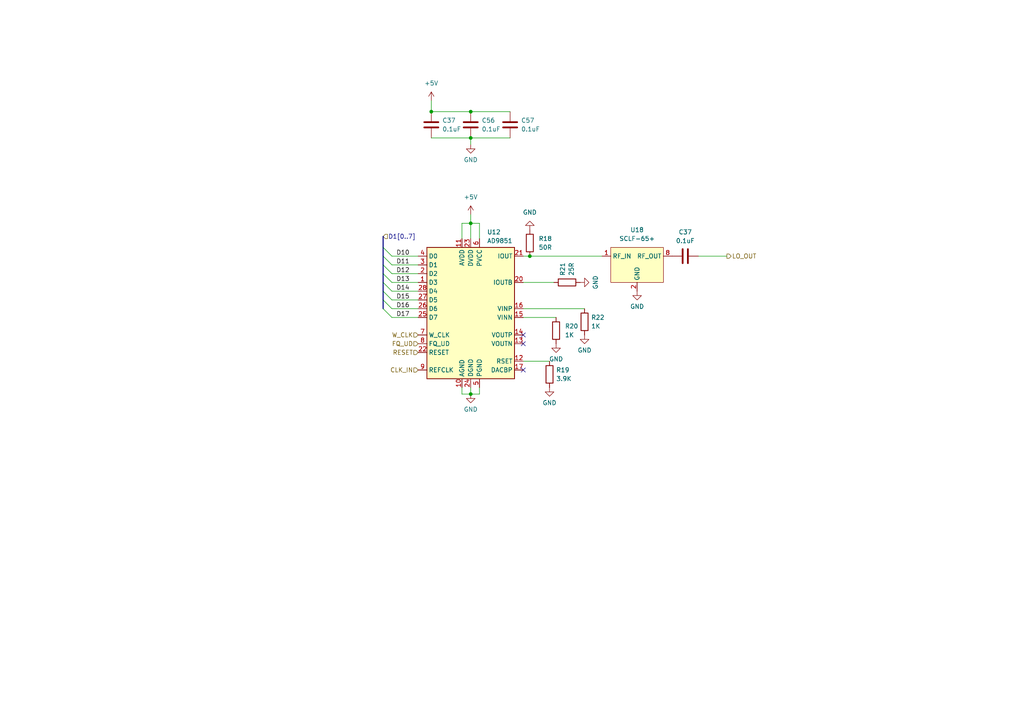
<source format=kicad_sch>
(kicad_sch (version 20230121) (generator eeschema)
  (paper "A4")
  (lib_symbols
    (symbol "Device:C" (pin_numbers hide) (pin_names (offset 0.254))
      (property "Reference" "C" (at 0.635 2.54 0))
      (property "Value" "C" (at 0.635 -2.54 0))
      (symbol "C_0_1"
        (polyline (pts (xy -2.032 -0.762) (xy 2.032 -0.762)) (stroke (width 0.508)))
        (polyline (pts (xy -2.032 0.762) (xy 2.032 0.762)) (stroke (width 0.508)))
      )
      (symbol "C_1_1"
        (pin passive line (at 0 3.81 270) (length 2.794) (name "~") (number "1"))
        (pin passive line (at 0 -3.81 90) (length 2.794) (name "~") (number "2"))
      )
    )
    (symbol "Device:R" (pin_numbers hide) (pin_names (offset 0))
      (property "Reference" "R" (at 2.032 0 90))
      (property "Value" "R" (at 0 0 90))
      (symbol "R_0_1"
        (rectangle (start -1.016 -2.54) (end 1.016 2.54) (stroke (width 0.254)))
      )
      (symbol "R_1_1"
        (pin passive line (at 0 3.81 270) (length 1.27) (name "~") (number "1"))
        (pin passive line (at 0 -3.81 90) (length 1.27) (name "~") (number "2"))
      )
    )
    (symbol "Interface:AD9851"
      (property "Reference" "U" (at -12.7 19.05 0))
      (property "Value" "AD9851" (at 12.7 19.05 0))
      (symbol "AD9851_0_1"
        (rectangle (start -12.7 17.78) (end 12.7 -20.32) (stroke (width 0.254)) (fill (type background)))
      )
      (symbol "AD9851_1_1"
        (pin input line (at -15.24 7.62 0) (length 2.54) (name "D3") (number "1"))
        (pin power_in line (at -2.54 -22.86 90) (length 2.54) (name "AGND") (number "10"))
        (pin power_in line (at -2.54 20.32 270) (length 2.54) (name "AVDD") (number "11"))
        (pin passive line (at 15.24 -15.24 180) (length 2.54) (name "RSET") (number "12"))
        (pin output line (at 15.24 -10.16 180) (length 2.54) (name "VOUTN") (number "13"))
        (pin output line (at 15.24 -7.62 180) (length 2.54) (name "VOUTP") (number "14"))
        (pin input line (at 15.24 -2.54 180) (length 2.54) (name "VINN") (number "15"))
        (pin input line (at 15.24 0 180) (length 2.54) (name "VINP") (number "16"))
        (pin passive line (at 15.24 -17.78 180) (length 2.54) (name "DACBP") (number "17"))
        (pin passive line (at -2.54 20.32 270) (length 2.54) hide (name "AVDD") (number "18"))
        (pin passive line (at -2.54 -22.86 90) (length 2.54) hide (name "AGND") (number "19"))
        (pin input line (at -15.24 10.16 0) (length 2.54) (name "D2") (number "2"))
        (pin output line (at 15.24 7.62 180) (length 2.54) (name "IOUTB") (number "20"))
        (pin output line (at 15.24 15.24 180) (length 2.54) (name "IOUT") (number "21"))
        (pin input line (at -15.24 -12.7 0) (length 2.54) (name "RESET") (number "22"))
        (pin power_in line (at 0 20.32 270) (length 2.54) (name "DVDD") (number "23"))
        (pin power_in line (at 0 -22.86 90) (length 2.54) (name "DGND") (number "24"))
        (pin input line (at -15.24 -2.54 0) (length 2.54) (name "D7") (number "25"))
        (pin input line (at -15.24 0 0) (length 2.54) (name "D6") (number "26"))
        (pin input line (at -15.24 2.54 0) (length 2.54) (name "D5") (number "27"))
        (pin input line (at -15.24 5.08 0) (length 2.54) (name "D4") (number "28"))
        (pin input line (at -15.24 12.7 0) (length 2.54) (name "D1") (number "3"))
        (pin input line (at -15.24 15.24 0) (length 2.54) (name "D0") (number "4"))
        (pin power_in line (at 2.54 -22.86 90) (length 2.54) (name "PGND") (number "5"))
        (pin power_in line (at 2.54 20.32 270) (length 2.54) (name "PVCC") (number "6"))
        (pin input line (at -15.24 -7.62 0) (length 2.54) (name "W_CLK") (number "7"))
        (pin input line (at -15.24 -10.16 0) (length 2.54) (name "FQ_UD") (number "8"))
        (pin input line (at -15.24 -17.78 0) (length 2.54) (name "REFCLK") (number "9"))
      )
    )
    (symbol "SCLF-65+:SCLF-65+"
      (property "Reference" "U" (at 0 8.255 0))
      (property "Value" "SCLF-65+" (at 0 6.35 0))
      (symbol "SCLF-65+_1_1"
        (rectangle (start -7.62 5.08) (end 7.62 -5.08) (fill (type background)))
        (pin input line (at -10.16 2.54 0) (length 2.54) (name "RF_IN") (number "1"))
        (pin power_in line (at 0 -7.62 90) (length 2.54) (name "GND") (number "2"))
        (pin power_in line (at 0 -7.62 90) (length 2.54) hide (name "GND") (number "3"))
        (pin power_in line (at 0 -7.62 90) (length 2.54) hide (name "GND") (number "4"))
        (pin power_in line (at 0 -7.62 90) (length 2.54) hide (name "GND") (number "5"))
        (pin power_in line (at 0 -7.62 90) (length 2.54) hide (name "GND") (number "6"))
        (pin power_in line (at 0 -7.62 90) (length 2.54) hide (name "GND") (number "7"))
        (pin output line (at 10.16 2.54 180) (length 2.54) (name "RF_OUT") (number "8"))
      )
    )
    (symbol "power:+5V" (power) (pin_names (offset 0))
      (property "Value" "+5V" (at 0 3.556 0))
      (symbol "+5V_0_1"
        (polyline (pts (xy -0.762 1.27) (xy 0 2.54)))
        (polyline (pts (xy 0 0) (xy 0 2.54)))
        (polyline (pts (xy 0 2.54) (xy 0.762 1.27)))
      )
      (symbol "+5V_1_1"
        (pin power_in line (at 0 0 90) (length 0) hide (name "+5V") (number "1"))
      )
    )
    (symbol "power:GND" (power) (pin_names (offset 0))
      (property "Value" "GND" (at 0 -3.81 0))
      (symbol "GND_0_1"
        (polyline (pts (xy 0 0) (xy 0 -1.27) (xy 1.27 -1.27) (xy 0 -2.54) (xy -1.27 -1.27) (xy 0 -1.27)))
      )
      (symbol "GND_1_1"
        (pin power_in line (at 0 0 270) (length 0) hide (name "GND") (number "1"))
      )
    )
  )
  (junction (at 136.525 114.3))
  (junction (at 153.67 74.295))
  (junction (at 136.525 64.77))
  (junction (at 136.525 40.005))
  (junction (at 125.095 32.385))
  (junction (at 136.525 32.385))
  (no_connect (at 151.765 97.155))
  (no_connect (at 151.765 99.695))
  (no_connect (at 151.765 107.315))
  (bus_entry (at 111.125 89.535) (size 2.54 2.54))
  (bus_entry (at 111.125 74.295) (size 2.54 2.54))
  (bus_entry (at 111.125 76.835) (size 2.54 2.54))
  (bus_entry (at 111.125 79.375) (size 2.54 2.54))
  (bus_entry (at 111.125 86.995) (size 2.54 2.54))
  (bus_entry (at 111.125 71.755) (size 2.54 2.54))
  (bus_entry (at 111.125 81.915) (size 2.54 2.54))
  (bus_entry (at 111.125 84.455) (size 2.54 2.54))
  (wire (pts (xy 113.665 79.375) (xy 121.285 79.375)))
  (bus (pts (xy 111.125 71.755) (xy 111.125 74.295)))
  (wire (pts (xy 139.065 114.3) (xy 136.525 114.3)))
  (bus (pts (xy 111.125 74.295) (xy 111.125 76.835)))
  (bus (pts (xy 111.125 79.375) (xy 111.125 81.915)))
  (wire (pts (xy 125.095 40.005) (xy 136.525 40.005)))
  (wire (pts (xy 136.525 40.005) (xy 147.955 40.005)))
  (wire (pts (xy 133.985 114.3) (xy 136.525 114.3)))
  (wire (pts (xy 139.065 69.215) (xy 139.065 64.77)))
  (bus (pts (xy 111.125 68.58) (xy 111.125 71.755)))
  (wire (pts (xy 136.525 40.005) (xy 136.525 41.91)))
  (wire (pts (xy 202.565 74.295) (xy 210.82 74.295)))
  (wire (pts (xy 113.665 74.295) (xy 121.285 74.295)))
  (wire (pts (xy 151.765 104.775) (xy 159.385 104.775)))
  (wire (pts (xy 133.985 69.215) (xy 133.985 64.77)))
  (wire (pts (xy 151.765 89.535) (xy 169.545 89.535)))
  (wire (pts (xy 136.525 64.77) (xy 139.065 64.77)))
  (wire (pts (xy 136.525 112.395) (xy 136.525 114.3)))
  (bus (pts (xy 111.125 86.995) (xy 111.125 89.535)))
  (wire (pts (xy 136.525 62.23) (xy 136.525 64.77)))
  (wire (pts (xy 125.095 32.385) (xy 136.525 32.385)))
  (wire (pts (xy 151.765 92.075) (xy 161.29 92.075)))
  (wire (pts (xy 139.065 112.395) (xy 139.065 114.3)))
  (wire (pts (xy 151.765 81.915) (xy 160.655 81.915)))
  (wire (pts (xy 136.525 64.77) (xy 136.525 69.215)))
  (wire (pts (xy 113.665 81.915) (xy 121.285 81.915)))
  (wire (pts (xy 113.665 76.835) (xy 121.285 76.835)))
  (bus (pts (xy 111.125 76.835) (xy 111.125 79.375)))
  (wire (pts (xy 125.095 29.21) (xy 125.095 32.385)))
  (wire (pts (xy 113.665 84.455) (xy 121.285 84.455)))
  (wire (pts (xy 153.67 74.295) (xy 174.625 74.295)))
  (wire (pts (xy 113.665 92.075) (xy 121.285 92.075)))
  (wire (pts (xy 133.985 112.395) (xy 133.985 114.3)))
  (wire (pts (xy 151.765 74.295) (xy 153.67 74.295)))
  (wire (pts (xy 136.525 32.385) (xy 147.955 32.385)))
  (wire (pts (xy 113.665 89.535) (xy 121.285 89.535)))
  (bus (pts (xy 111.125 84.455) (xy 111.125 86.995)))
  (wire (pts (xy 136.525 64.77) (xy 133.985 64.77)))
  (wire (pts (xy 113.665 86.995) (xy 121.285 86.995)))
  (bus (pts (xy 111.125 81.915) (xy 111.125 84.455)))
  (label "D10" (at 114.935 74.295 0))
  (label "D15" (at 114.935 86.995 0))
  (label "D13" (at 114.935 81.915 0))
  (label "D14" (at 114.935 84.455 0))
  (label "D12" (at 114.935 79.375 0))
  (label "D16" (at 114.935 89.535 0))
  (label "D11" (at 114.935 76.835 0))
  (label "D17" (at 114.935 92.075 0))
  (hierarchical_label "RESET" (shape input) (at 121.285 102.235 180))
  (hierarchical_label "FQ_UD" (shape input) (at 121.285 99.695 180))
  (hierarchical_label "D1[0..7]" (shape input) (at 111.125 68.58 0))
  (hierarchical_label "CLK_IN" (shape input) (at 121.285 107.315 180))
  (hierarchical_label "W_CLK" (shape input) (at 121.285 97.155 180))
  (hierarchical_label "LO_OUT" (shape output) (at 210.82 74.295 0))
  (symbol (lib_id "Interface:AD9851") (at 136.525 89.535 0) (unit 1)
    (property "Reference" "U12" (at 141.2591 67.31 0) (effects (justify left)))
    (property "Value" "AD9851" (at 141.2591 69.85 0) (effects (justify left)))
    (property "Footprint" "Package_SO:SSOP-28_5.3x10.2mm_P0.65mm" (effects hide))
    (property "Datasheet" "https://www.analog.com/media/en/technical-documentation/data-sheets/AD9851.pdf" (effects hide))
    (instances (project "analog_frontend" (path "" (reference "U12") (unit 1)) (path "" (reference "U17") (unit 1)) (path "" (reference "U12") (unit 1))))
  )
  (symbol (lib_id "Device:R") (at 161.29 95.885 0) (unit 1)
    (property "Reference" "R17" (at 163.83 94.615 0) (effects (justify left)))
    (property "Value" "1K" (at 163.83 97.155 0) (effects (justify left)))
    (instances (project "analog_frontend" (path "" (reference "R20") (unit 1)) (path "" (reference "R15") (unit 1))))
  )
  (symbol (lib_id "Device:C") (at 136.525 36.195 180) (unit 1)
    (property "Reference" "C54" (at 139.7 34.925 0) (effects (justify right)))
    (property "Value" "0.1uF" (at 139.7 37.465 0) (effects (justify right)))
    (instances (project "analog_frontend" (path "" (reference "C56") (unit 1)) (path "" (reference "C53") (unit 1))))
  )
  (symbol (lib_id "power:+5V") (at 136.525 62.23 0) (unit 1)
    (property "Reference" "#PWR062" (effects hide))
    (property "Value" "+5V" (at 136.525 57.15 0))
    (instances (project "analog_frontend" (path "" (reference "#PWR091") (unit 1)) (path "" (reference "#PWR061") (unit 1))))
  )
  (symbol (lib_id "Device:R") (at 159.385 108.585 0) (unit 1)
    (property "Reference" "R5" (at 161.29 107.315 0) (effects (justify left)))
    (property "Value" "3.9K" (at 161.29 109.855 0) (effects (justify left)))
    (instances (project "analog_frontend" (path "" (reference "R19") (unit 1)) (path "" (reference "R6") (unit 1))))
  )
  (symbol (lib_id "power:GND") (at 161.29 99.695 0) (unit 1)
    (property "Reference" "#PWR085" (effects hide))
    (property "Value" "GND" (at 161.29 104.14 0))
    (instances (project "analog_frontend" (path "" (reference "#PWR095") (unit 1)) (path "" (reference "#PWR085") (unit 1))))
  )
  (symbol (lib_id "power:+5V") (at 125.095 29.21 0) (unit 1)
    (property "Reference" "#PWR061" (effects hide))
    (property "Value" "+5V" (at 125.095 24.13 0))
    (instances (project "analog_frontend" (path "" (reference "#PWR089") (unit 1)) (path "" (reference "#PWR049") (unit 1))))
  )
  (symbol (lib_id "power:GND") (at 136.525 114.3 0) (unit 1)
    (property "Reference" "#PWR049" (effects hide))
    (property "Value" "GND" (at 136.525 118.745 0))
    (instances (project "analog_frontend" (path "" (reference "#PWR092") (unit 1)) (path "" (reference "#PWR062") (unit 1))))
  )
  (symbol (lib_id "power:GND") (at 169.545 97.155 0) (unit 1)
    (property "Reference" "#PWR064" (effects hide))
    (property "Value" "GND" (at 169.545 101.6 0))
    (instances (project "analog_frontend" (path "" (reference "#PWR097") (unit 1)) (path "" (reference "#PWR087") (unit 1))))
  )
  (symbol (lib_id "Device:R") (at 164.465 81.915 90) (unit 1)
    (property "Reference" "R15" (at 163.195 80.01 0) (effects (justify left)))
    (property "Value" "25R" (at 165.735 80.01 0) (effects (justify left)))
    (instances (project "analog_frontend" (path "" (reference "R21") (unit 1)) (path "" (reference "R16") (unit 1))))
  )
  (symbol (lib_id "Device:R") (at 169.545 93.345 0) (unit 1)
    (property "Reference" "R6" (at 171.45 92.075 0) (effects (justify left)))
    (property "Value" "1K" (at 171.45 94.615 0) (effects (justify left)))
    (instances (project "analog_frontend" (path "" (reference "R22") (unit 1)) (path "" (reference "R17") (unit 1))))
  )
  (symbol (lib_id "Device:R") (at 153.67 70.485 0) (unit 1)
    (property "Reference" "R16" (at 156.21 69.215 0) (effects (justify left)))
    (property "Value" "50R" (at 156.21 71.755 0) (effects (justify left)))
    (instances (project "analog_frontend" (path "" (reference "R18") (unit 1)) (path "" (reference "R5") (unit 1))))
  )
  (symbol (lib_id "SCLF-65+:SCLF-65+") (at 184.785 76.835 0) (unit 1)
    (property "Reference" "U13" (at 184.785 66.675 0))
    (property "Value" "SCLF-65+" (at 184.785 69.215 0))
    (instances (project "analog_frontend" (path "" (reference "U18") (unit 1)) (path "" (reference "U13") (unit 1))))
  )
  (symbol (lib_id "Device:C") (at 198.755 74.295 90) (unit 1)
    (property "Reference" "C37" (at 198.755 67.31 90))
    (property "Value" "0.1uF" (at 198.755 69.85 90))
    (instances (project "analog_frontend" (path "" (reference "C37") (unit 1)) (path "" (reference "C36") (unit 1)) (path "" (reference "C58") (unit 1)) (path "" (reference "C55") (unit 1))))
  )
  (symbol (lib_id "Device:C") (at 125.095 36.195 0) (unit 1)
    (property "Reference" "C53" (at 128.27 34.925 0) (effects (justify left)))
    (property "Value" "0.1uF" (at 128.27 37.465 0) (effects (justify left)))
    (instances (project "analog_frontend" (path "" (reference "C37") (unit 1)) (path "" (reference "C36") (unit 1))))
  )
  (symbol (lib_id "power:GND") (at 159.385 112.395 0) (unit 1)
    (property "Reference" "#PWR060" (effects hide))
    (property "Value" "GND" (at 159.385 116.84 0))
    (instances (project "analog_frontend" (path "" (reference "#PWR094") (unit 1)) (path "" (reference "#PWR064") (unit 1))))
  )
  (symbol (lib_id "power:GND") (at 184.785 84.455 0) (unit 1)
    (property "Reference" "#PWR088" (effects hide))
    (property "Value" "GND" (at 184.785 88.9 0))
    (instances (project "analog_frontend" (path "" (reference "#PWR098") (unit 1)) (path "" (reference "#PWR088") (unit 1))))
  )
  (symbol (lib_id "Device:C") (at 147.955 36.195 180) (unit 1)
    (property "Reference" "C55" (at 151.13 34.925 0) (effects (justify right)))
    (property "Value" "0.1uF" (at 151.13 37.465 0) (effects (justify right)))
    (instances (project "analog_frontend" (path "" (reference "C57") (unit 1)) (path "" (reference "C54") (unit 1))))
  )
  (symbol (lib_id "power:GND") (at 168.275 81.915 90) (unit 1)
    (property "Reference" "#PWR086" (effects hide))
    (property "Value" "GND" (at 172.72 81.915 0))
    (instances (project "analog_frontend" (path "" (reference "#PWR096") (unit 1)) (path "" (reference "#PWR086") (unit 1))))
  )
  (symbol (lib_id "power:GND") (at 136.525 41.91 0) (unit 1)
    (property "Reference" "#PWR063" (effects hide))
    (property "Value" "GND" (at 136.525 46.355 0))
    (instances (project "analog_frontend" (path "" (reference "#PWR090") (unit 1)) (path "" (reference "#PWR060") (unit 1))))
  )
  (symbol (lib_id "power:GND") (at 153.67 66.675 180) (unit 1)
    (property "Reference" "#PWR087" (effects hide))
    (property "Value" "GND" (at 153.67 61.595 0))
    (instances (project "analog_frontend" (path "" (reference "#PWR093") (unit 1)) (path "" (reference "#PWR063") (unit 1))))
  )
)
</source>
